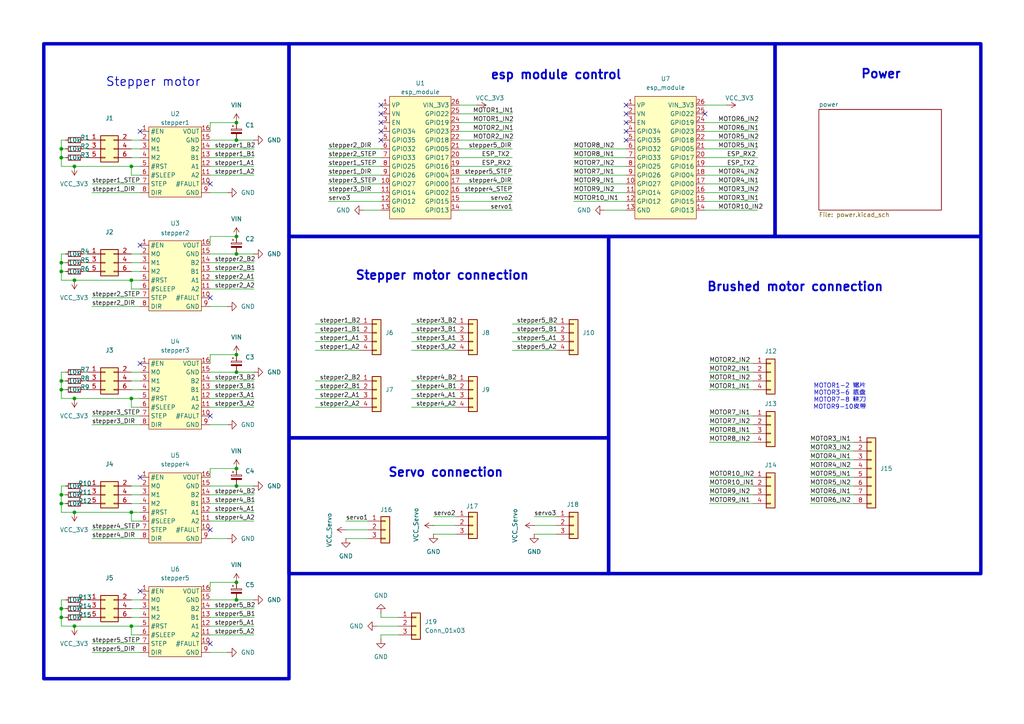
<source format=kicad_sch>
(kicad_sch (version 20231120) (generator "eeschema") (generator_version "8.0")
  (paper "A4")
  (lib_symbols
    (symbol "Connector_Generic:Conn_01x03" (pin_names (offset 1.016) hide)
      (property "Reference" "J" (at 0 5.08 0))
      (property "Value" "Conn_01x03" (at 0 -5.08 0))
      (symbol "Conn_01x03_1_1"
        (pin passive line (at -5.08 2.54 0) (length 3.81) (name "Pin_1") (number "1"))
        (pin passive line (at -5.08 0 0) (length 3.81) (name "Pin_2") (number "2"))
        (pin passive line (at -5.08 -2.54 0) (length 3.81) (name "Pin_3") (number "3"))
      )
    )
    (symbol "Connector_Generic:Conn_01x04" (pin_names (offset 1.016) hide)
      (property "Reference" "J" (at 0 5.08 0))
      (property "Value" "Conn_01x04" (at 0 -7.62 0))
      (symbol "Conn_01x04_1_1"
        (pin passive line (at -5.08 2.54 0) (length 3.81) (name "Pin_1") (number "1"))
        (pin passive line (at -5.08 0 0) (length 3.81) (name "Pin_2") (number "2"))
        (pin passive line (at -5.08 -2.54 0) (length 3.81) (name "Pin_3") (number "3"))
        (pin passive line (at -5.08 -5.08 0) (length 3.81) (name "Pin_4") (number "4"))
      )
    )
    (symbol "Connector_Generic:Conn_01x08" (pin_names (offset 1.016) hide)
      (property "Reference" "J" (at 0 10.16 0))
      (property "Value" "Conn_01x08" (at 0 -12.7 0))
      (symbol "Conn_01x08_1_1"
        (pin passive line (at -5.08 7.62 0) (length 3.81) (name "Pin_1") (number "1"))
        (pin passive line (at -5.08 5.08 0) (length 3.81) (name "Pin_2") (number "2"))
        (pin passive line (at -5.08 2.54 0) (length 3.81) (name "Pin_3") (number "3"))
        (pin passive line (at -5.08 0 0) (length 3.81) (name "Pin_4") (number "4"))
        (pin passive line (at -5.08 -2.54 0) (length 3.81) (name "Pin_5") (number "5"))
        (pin passive line (at -5.08 -5.08 0) (length 3.81) (name "Pin_6") (number "6"))
        (pin passive line (at -5.08 -7.62 0) (length 3.81) (name "Pin_7") (number "7"))
        (pin passive line (at -5.08 -10.16 0) (length 3.81) (name "Pin_8") (number "8"))
      )
    )
    (symbol "Connector_Generic:Conn_02x03_Odd_Even" (pin_names (offset 1.016) hide)
      (property "Reference" "J" (at 1.27 5.08 0))
      (property "Value" "Conn_02x03_Odd_Even" (at 1.27 -5.08 0))
      (symbol "Conn_02x03_Odd_Even_1_1"
        (pin passive line (at -5.08 2.54 0) (length 3.81) (name "Pin_1") (number "1"))
        (pin passive line (at 7.62 2.54 180) (length 3.81) (name "Pin_2") (number "2"))
        (pin passive line (at -5.08 0 0) (length 3.81) (name "Pin_3") (number "3"))
        (pin passive line (at 7.62 0 180) (length 3.81) (name "Pin_4") (number "4"))
        (pin passive line (at -5.08 -2.54 0) (length 3.81) (name "Pin_5") (number "5"))
        (pin passive line (at 7.62 -2.54 180) (length 3.81) (name "Pin_6") (number "6"))
      )
    )
    (symbol "Device:C_Polarized_Small" (pin_numbers hide) (pin_names (offset 0.254) hide)
      (property "Reference" "C" (at 0.254 1.778 0))
      (property "Value" "C_Polarized_Small" (at 0.254 -2.032 0))
      (symbol "C_Polarized_Small_1_1"
        (pin passive line (at 0 2.54 270) (length 1.8542) (name "~") (number "1"))
        (pin passive line (at 0 -2.54 90) (length 1.8542) (name "~") (number "2"))
      )
    )
    (symbol "Device:R_Small" (pin_numbers hide) (pin_names (offset 0.254) hide)
      (property "Reference" "R" (at 0.762 0.508 0))
      (property "Value" "R_Small" (at 0.762 -1.016 0))
      (symbol "R_Small_1_1"
        (pin passive line (at 0 2.54 270) (length 0.762) (name "~") (number "1"))
        (pin passive line (at 0 -2.54 90) (length 0.762) (name "~") (number "2"))
      )
    )
    (symbol "ProjectSym:esp_module"
      (property "Reference" "U" (at 0 20.574 0))
      (symbol "esp_module_1_1"
        (pin bidirectional line (at -11.43 15.24 0) (length 2.54) (name "VP") (number "1"))
        (pin bidirectional line (at -11.43 -7.62 0) (length 2.54) (name "GPIO27") (number "10"))
        (pin bidirectional line (at -11.43 -10.16 0) (length 2.54) (name "GPIO14") (number "11"))
        (pin bidirectional line (at -11.43 -12.7 0) (length 2.54) (name "GPIO12") (number "12"))
        (pin input line (at -11.43 -15.24 0) (length 2.54) (name "GND") (number "13"))
        (pin bidirectional line (at 11.43 -15.24 180) (length 2.54) (name "GPIO13") (number "14"))
        (pin bidirectional line (at 11.43 -12.7 180) (length 2.54) (name "GPIO15") (number "15"))
        (pin bidirectional line (at 11.43 -10.16 180) (length 2.54) (name "GPIO02") (number "16"))
        (pin bidirectional line (at 11.43 -7.62 180) (length 2.54) (name "GPIO00") (number "17"))
        (pin bidirectional line (at 11.43 -5.08 180) (length 2.54) (name "GPIO04") (number "18"))
        (pin bidirectional line (at 11.43 -2.54 180) (length 2.54) (name "GPIO16") (number "19"))
        (pin bidirectional line (at -11.43 12.7 0) (length 2.54) (name "VN") (number "2"))
        (pin bidirectional line (at 11.43 0 180) (length 2.54) (name "GPIO17") (number "20"))
        (pin bidirectional line (at 11.43 2.54 180) (length 2.54) (name "GPIO05") (number "21"))
        (pin bidirectional line (at 11.43 5.08 180) (length 2.54) (name "GPIO18") (number "22"))
        (pin bidirectional line (at 11.43 7.62 180) (length 2.54) (name "GPIO23") (number "23"))
        (pin bidirectional line (at 11.43 10.16 180) (length 2.54) (name "GPIO19") (number "24"))
        (pin bidirectional line (at 11.43 12.7 180) (length 2.54) (name "GPIO22") (number "25"))
        (pin input line (at 11.43 15.24 180) (length 2.54) (name "VIN_3V3") (number "26"))
        (pin bidirectional line (at -11.43 10.16 0) (length 2.54) (name "EN") (number "3"))
        (pin bidirectional line (at -11.43 7.62 0) (length 2.54) (name "GPIO34") (number "4"))
        (pin bidirectional line (at -11.43 5.08 0) (length 2.54) (name "GPIO35") (number "5"))
        (pin bidirectional line (at -11.43 2.54 0) (length 2.54) (name "GPIO32") (number "6"))
        (pin bidirectional line (at -11.43 0 0) (length 2.54) (name "GPIO33") (number "7"))
        (pin bidirectional line (at -11.43 -2.54 0) (length 2.54) (name "GPIO25") (number "8"))
        (pin bidirectional line (at -11.43 -5.08 0) (length 2.54) (name "GPIO26") (number "9"))
      )
    )
    (symbol "ProjectSym:stepper_contorl"
      (property "Reference" "U" (at 0 9.906 0))
      (symbol "stepper_contorl_1_1"
        (pin input line (at -10.16 6.35 0) (length 2.54) (name "#EN") (number "1"))
        (pin input line (at 10.16 -8.89 180) (length 2.54) (name "#FAULT") (number "10"))
        (pin input line (at 10.16 -6.35 180) (length 2.54) (name "A2") (number "11"))
        (pin input line (at 10.16 -3.81 180) (length 2.54) (name "A1") (number "12"))
        (pin input line (at 10.16 -1.27 180) (length 2.54) (name "B1") (number "13"))
        (pin input line (at 10.16 1.27 180) (length 2.54) (name "B2") (number "14"))
        (pin input line (at 10.16 3.81 180) (length 2.54) (name "GND") (number "15"))
        (pin input line (at 10.16 6.35 180) (length 2.54) (name "VOUT") (number "16"))
        (pin input line (at -10.16 3.81 0) (length 2.54) (name "M0") (number "2"))
        (pin input line (at -10.16 1.27 0) (length 2.54) (name "M1") (number "3"))
        (pin input line (at -10.16 -1.27 0) (length 2.54) (name "M2") (number "4"))
        (pin input line (at -10.16 -3.81 0) (length 2.54) (name "#RST") (number "5"))
        (pin input line (at -10.16 -6.35 0) (length 2.54) (name "#SLEEP") (number "6"))
        (pin input line (at -10.16 -8.89 0) (length 2.54) (name "STEP") (number "7"))
        (pin input line (at -10.16 -11.43 0) (length 2.54) (name "DIR") (number "8"))
        (pin input line (at 10.16 -11.43 180) (length 2.54) (name "GND") (number "9"))
      )
    )
    (symbol "power:+3V3" (power) (pin_numbers hide) (pin_names (offset 0) hide)
      (property "Value" "+3V3" (at 0 3.556 0))
      (symbol "+3V3_1_1"
        (pin power_in line (at 0 0 90) (length 0) (name "~") (number "1"))
      )
    )
    (symbol "power:GND" (power) (pin_numbers hide) (pin_names (offset 0) hide)
      (property "Value" "GND" (at 0 -3.81 0))
      (symbol "GND_1_1"
        (pin power_in line (at 0 0 270) (length 0) (name "~") (number "1"))
      )
    )
    (symbol "power:VCC" (power) (pin_numbers hide) (pin_names (offset 0) hide)
      (property "Value" "VCC" (at 0 3.556 0))
      (symbol "VCC_1_1"
        (pin power_in line (at 0 0 90) (length 0) (name "~") (number "1"))
      )
    )
  )
  (junction (at 17.78 113.03))
  (junction (at 38.1 81.28))
  (junction (at 17.78 76.2))
  (junction (at 21.59 148.59))
  (junction (at 38.1 181.61))
  (junction (at 21.59 115.57))
  (junction (at 68.58 102.87))
  (junction (at 17.78 78.74))
  (junction (at 68.58 168.91))
  (junction (at 38.1 48.26))
  (junction (at 68.58 73.66))
  (junction (at 17.78 179.07))
  (junction (at 17.78 43.18))
  (junction (at 17.78 176.53))
  (junction (at 68.58 35.56))
  (junction (at 68.58 140.97))
  (junction (at 17.78 110.49))
  (junction (at 68.58 107.95))
  (junction (at 17.78 143.51))
  (junction (at 38.1 148.59))
  (junction (at 68.58 135.89))
  (junction (at 21.59 81.28))
  (junction (at 17.78 45.72))
  (junction (at 17.78 146.05))
  (junction (at 21.59 48.26))
  (junction (at 21.59 181.61))
  (junction (at 38.1 115.57))
  (junction (at 68.58 40.64))
  (junction (at 68.58 68.58))
  (junction (at 68.58 173.99))
  (no_connect (at 181.61 30.48))
  (no_connect (at 181.61 33.02))
  (no_connect (at 60.96 86.36))
  (no_connect (at 60.96 120.65))
  (no_connect (at 110.49 30.48))
  (no_connect (at 204.47 33.02))
  (no_connect (at 110.49 33.02))
  (no_connect (at 40.64 105.41))
  (no_connect (at 110.49 35.56))
  (no_connect (at 110.49 38.1))
  (no_connect (at 181.61 40.64))
  (no_connect (at 181.61 35.56))
  (no_connect (at 181.61 38.1))
  (no_connect (at 40.64 38.1))
  (no_connect (at 60.96 53.34))
  (no_connect (at 110.49 40.64))
  (no_connect (at 40.64 71.12))
  (no_connect (at 40.64 138.43))
  (no_connect (at 60.96 186.69))
  (no_connect (at 40.64 171.45))
  (no_connect (at 60.96 153.67))
  (wire (pts (xy 234.95 143.51) (xy 247.65 143.51)))
  (wire (pts (xy 105.41 60.96) (xy 110.49 60.96)))
  (wire (pts (xy 38.1 148.59) (xy 38.1 151.13)))
  (wire (pts (xy 133.35 50.8) (xy 148.59 50.8)))
  (wire (pts (xy 91.44 115.57) (xy 104.14 115.57)))
  (wire (pts (xy 38.1 73.66) (xy 40.64 73.66)))
  (wire (pts (xy 60.96 146.05) (xy 73.66 146.05)))
  (wire (pts (xy 154.94 149.86) (xy 161.29 149.86)))
  (wire (pts (xy 119.38 99.06) (xy 132.08 99.06)))
  (wire (pts (xy 148.59 93.98) (xy 161.29 93.98)))
  (wire (pts (xy 17.78 40.64) (xy 17.78 43.18)))
  (wire (pts (xy 60.96 40.64) (xy 68.58 40.64)))
  (wire (pts (xy 60.96 102.87) (xy 68.58 102.87)))
  (wire (pts (xy 17.78 146.05) (xy 19.05 146.05)))
  (wire (pts (xy 17.78 143.51) (xy 19.05 143.51)))
  (wire (pts (xy 60.96 55.88) (xy 66.04 55.88)))
  (wire (pts (xy 24.13 78.74) (xy 25.4 78.74)))
  (wire (pts (xy 204.47 30.48) (xy 210.82 30.48)))
  (wire (pts (xy 204.47 35.56) (xy 219.71 35.56)))
  (wire (pts (xy 40.64 115.57) (xy 38.1 115.57)))
  (wire (pts (xy 166.37 53.34) (xy 181.61 53.34)))
  (wire (pts (xy 205.74 120.65) (xy 218.44 120.65)))
  (wire (pts (xy 115.57 179.07) (xy 110.49 179.07)))
  (wire (pts (xy 38.1 143.51) (xy 40.64 143.51)))
  (wire (pts (xy 154.94 152.4) (xy 161.29 152.4)))
  (wire (pts (xy 38.1 179.07) (xy 40.64 179.07)))
  (wire (pts (xy 95.25 48.26) (xy 110.49 48.26)))
  (wire (pts (xy 38.1 140.97) (xy 40.64 140.97)))
  (wire (pts (xy 38.1 43.18) (xy 40.64 43.18)))
  (wire (pts (xy 234.95 135.89) (xy 247.65 135.89)))
  (wire (pts (xy 60.96 35.56) (xy 68.58 35.56)))
  (wire (pts (xy 110.49 179.07) (xy 110.49 177.8)))
  (wire (pts (xy 17.78 113.03) (xy 19.05 113.03)))
  (wire (pts (xy 60.96 68.58) (xy 68.58 68.58)))
  (wire (pts (xy 68.58 40.64) (xy 73.66 40.64)))
  (wire (pts (xy 21.59 181.61) (xy 38.1 181.61)))
  (wire (pts (xy 68.58 73.66) (xy 73.66 73.66)))
  (wire (pts (xy 133.35 33.02) (xy 148.59 33.02)))
  (wire (pts (xy 17.78 78.74) (xy 19.05 78.74)))
  (wire (pts (xy 133.35 30.48) (xy 138.43 30.48)))
  (wire (pts (xy 17.78 179.07) (xy 17.78 181.61)))
  (wire (pts (xy 60.96 113.03) (xy 73.66 113.03)))
  (wire (pts (xy 26.67 186.69) (xy 40.64 186.69)))
  (wire (pts (xy 166.37 43.18) (xy 181.61 43.18)))
  (wire (pts (xy 205.74 146.05) (xy 218.44 146.05)))
  (wire (pts (xy 17.78 48.26) (xy 21.59 48.26)))
  (wire (pts (xy 204.47 53.34) (xy 219.71 53.34)))
  (wire (pts (xy 95.25 45.72) (xy 110.49 45.72)))
  (wire (pts (xy 38.1 48.26) (xy 38.1 50.8)))
  (wire (pts (xy 17.78 110.49) (xy 17.78 113.03)))
  (wire (pts (xy 133.35 35.56) (xy 148.59 35.56)))
  (wire (pts (xy 17.78 143.51) (xy 17.78 146.05)))
  (wire (pts (xy 24.13 113.03) (xy 25.4 113.03)))
  (wire (pts (xy 205.74 113.03) (xy 218.44 113.03)))
  (wire (pts (xy 119.38 113.03) (xy 132.08 113.03)))
  (wire (pts (xy 26.67 55.88) (xy 40.64 55.88)))
  (wire (pts (xy 60.96 148.59) (xy 73.66 148.59)))
  (wire (pts (xy 148.59 99.06) (xy 161.29 99.06)))
  (wire (pts (xy 38.1 40.64) (xy 40.64 40.64)))
  (wire (pts (xy 204.47 48.26) (xy 219.71 48.26)))
  (wire (pts (xy 60.96 135.89) (xy 68.58 135.89)))
  (wire (pts (xy 17.78 173.99) (xy 17.78 176.53)))
  (wire (pts (xy 234.95 146.05) (xy 247.65 146.05)))
  (wire (pts (xy 175.26 60.96) (xy 181.61 60.96)))
  (wire (pts (xy 60.96 105.41) (xy 60.96 102.87)))
  (wire (pts (xy 60.96 181.61) (xy 73.66 181.61)))
  (wire (pts (xy 24.13 107.95) (xy 25.4 107.95)))
  (wire (pts (xy 24.13 43.18) (xy 25.4 43.18)))
  (wire (pts (xy 26.67 120.65) (xy 40.64 120.65)))
  (wire (pts (xy 17.78 73.66) (xy 17.78 76.2)))
  (wire (pts (xy 38.1 184.15) (xy 40.64 184.15)))
  (wire (pts (xy 95.25 55.88) (xy 110.49 55.88)))
  (wire (pts (xy 17.78 146.05) (xy 17.78 148.59)))
  (wire (pts (xy 24.13 140.97) (xy 25.4 140.97)))
  (wire (pts (xy 60.96 168.91) (xy 68.58 168.91)))
  (wire (pts (xy 205.74 140.97) (xy 218.44 140.97)))
  (wire (pts (xy 24.13 173.99) (xy 25.4 173.99)))
  (wire (pts (xy 133.35 60.96) (xy 148.59 60.96)))
  (wire (pts (xy 125.73 152.4) (xy 132.08 152.4)))
  (wire (pts (xy 109.22 181.61) (xy 115.57 181.61)))
  (wire (pts (xy 38.1 115.57) (xy 38.1 118.11)))
  (wire (pts (xy 100.33 156.21) (xy 106.68 156.21)))
  (wire (pts (xy 60.96 38.1) (xy 60.96 35.56)))
  (wire (pts (xy 24.13 179.07) (xy 25.4 179.07)))
  (wire (pts (xy 95.25 50.8) (xy 110.49 50.8)))
  (wire (pts (xy 40.64 181.61) (xy 38.1 181.61)))
  (wire (pts (xy 38.1 50.8) (xy 40.64 50.8)))
  (wire (pts (xy 17.78 45.72) (xy 17.78 48.26)))
  (wire (pts (xy 119.38 93.98) (xy 132.08 93.98)))
  (wire (pts (xy 38.1 118.11) (xy 40.64 118.11)))
  (wire (pts (xy 110.49 184.15) (xy 110.49 185.42)))
  (wire (pts (xy 204.47 45.72) (xy 219.71 45.72)))
  (wire (pts (xy 26.67 156.21) (xy 40.64 156.21)))
  (wire (pts (xy 166.37 58.42) (xy 181.61 58.42)))
  (wire (pts (xy 133.35 43.18) (xy 148.59 43.18)))
  (wire (pts (xy 148.59 96.52) (xy 161.29 96.52)))
  (wire (pts (xy 17.78 176.53) (xy 17.78 179.07)))
  (wire (pts (xy 17.78 45.72) (xy 19.05 45.72)))
  (wire (pts (xy 60.96 81.28) (xy 73.66 81.28)))
  (wire (pts (xy 234.95 133.35) (xy 247.65 133.35)))
  (wire (pts (xy 60.96 115.57) (xy 73.66 115.57)))
  (wire (pts (xy 204.47 55.88) (xy 219.71 55.88)))
  (wire (pts (xy 21.59 115.57) (xy 38.1 115.57)))
  (wire (pts (xy 205.74 107.95) (xy 218.44 107.95)))
  (wire (pts (xy 91.44 101.6) (xy 104.14 101.6)))
  (wire (pts (xy 204.47 60.96) (xy 219.71 60.96)))
  (wire (pts (xy 60.96 151.13) (xy 73.66 151.13)))
  (wire (pts (xy 154.94 154.94) (xy 161.29 154.94)))
  (wire (pts (xy 17.78 76.2) (xy 19.05 76.2)))
  (wire (pts (xy 133.35 40.64) (xy 148.59 40.64)))
  (wire (pts (xy 133.35 48.26) (xy 148.59 48.26)))
  (wire (pts (xy 38.1 113.03) (xy 40.64 113.03)))
  (wire (pts (xy 24.13 45.72) (xy 25.4 45.72)))
  (wire (pts (xy 40.64 48.26) (xy 38.1 48.26)))
  (wire (pts (xy 60.96 176.53) (xy 73.66 176.53)))
  (wire (pts (xy 17.78 43.18) (xy 17.78 45.72)))
  (wire (pts (xy 60.96 156.21) (xy 66.04 156.21)))
  (wire (pts (xy 60.96 118.11) (xy 73.66 118.11)))
  (wire (pts (xy 205.74 123.19) (xy 218.44 123.19)))
  (wire (pts (xy 24.13 146.05) (xy 25.4 146.05)))
  (wire (pts (xy 91.44 110.49) (xy 104.14 110.49)))
  (wire (pts (xy 21.59 48.26) (xy 38.1 48.26)))
  (wire (pts (xy 24.13 40.64) (xy 25.4 40.64)))
  (wire (pts (xy 234.95 138.43) (xy 247.65 138.43)))
  (wire (pts (xy 148.59 101.6) (xy 161.29 101.6)))
  (wire (pts (xy 60.96 143.51) (xy 73.66 143.51)))
  (wire (pts (xy 38.1 78.74) (xy 40.64 78.74)))
  (wire (pts (xy 60.96 45.72) (xy 73.66 45.72)))
  (wire (pts (xy 204.47 43.18) (xy 219.71 43.18)))
  (wire (pts (xy 60.96 83.82) (xy 73.66 83.82)))
  (wire (pts (xy 125.73 154.94) (xy 132.08 154.94)))
  (wire (pts (xy 60.96 189.23) (xy 66.04 189.23)))
  (wire (pts (xy 40.64 81.28) (xy 38.1 81.28)))
  (wire (pts (xy 205.74 110.49) (xy 218.44 110.49)))
  (wire (pts (xy 119.38 101.6) (xy 132.08 101.6)))
  (wire (pts (xy 17.78 113.03) (xy 17.78 115.57)))
  (wire (pts (xy 133.35 58.42) (xy 148.59 58.42)))
  (wire (pts (xy 100.33 151.13) (xy 106.68 151.13)))
  (wire (pts (xy 100.33 153.67) (xy 106.68 153.67)))
  (wire (pts (xy 68.58 173.99) (xy 73.66 173.99)))
  (wire (pts (xy 125.73 149.86) (xy 132.08 149.86)))
  (wire (pts (xy 19.05 40.64) (xy 17.78 40.64)))
  (wire (pts (xy 60.96 50.8) (xy 73.66 50.8)))
  (wire (pts (xy 204.47 50.8) (xy 219.71 50.8)))
  (wire (pts (xy 119.38 110.49) (xy 132.08 110.49)))
  (wire (pts (xy 26.67 53.34) (xy 40.64 53.34)))
  (wire (pts (xy 24.13 143.51) (xy 25.4 143.51)))
  (wire (pts (xy 38.1 146.05) (xy 40.64 146.05)))
  (wire (pts (xy 133.35 55.88) (xy 148.59 55.88)))
  (wire (pts (xy 205.74 143.51) (xy 218.44 143.51)))
  (wire (pts (xy 17.78 107.95) (xy 17.78 110.49)))
  (wire (pts (xy 60.96 140.97) (xy 68.58 140.97)))
  (wire (pts (xy 60.96 73.66) (xy 68.58 73.66)))
  (wire (pts (xy 91.44 113.03) (xy 104.14 113.03)))
  (wire (pts (xy 19.05 107.95) (xy 17.78 107.95)))
  (wire (pts (xy 166.37 48.26) (xy 181.61 48.26)))
  (wire (pts (xy 17.78 179.07) (xy 19.05 179.07)))
  (wire (pts (xy 26.67 88.9) (xy 40.64 88.9)))
  (wire (pts (xy 19.05 73.66) (xy 17.78 73.66)))
  (wire (pts (xy 17.78 78.74) (xy 17.78 81.28)))
  (wire (pts (xy 17.78 110.49) (xy 19.05 110.49)))
  (wire (pts (xy 17.78 76.2) (xy 17.78 78.74)))
  (wire (pts (xy 133.35 38.1) (xy 148.59 38.1)))
  (wire (pts (xy 60.96 48.26) (xy 73.66 48.26)))
  (wire (pts (xy 38.1 45.72) (xy 40.64 45.72)))
  (wire (pts (xy 60.96 107.95) (xy 68.58 107.95)))
  (wire (pts (xy 60.96 184.15) (xy 73.66 184.15)))
  (wire (pts (xy 38.1 176.53) (xy 40.64 176.53)))
  (wire (pts (xy 205.74 138.43) (xy 218.44 138.43)))
  (wire (pts (xy 60.96 179.07) (xy 73.66 179.07)))
  (wire (pts (xy 68.58 140.97) (xy 73.66 140.97)))
  (wire (pts (xy 17.78 181.61) (xy 21.59 181.61)))
  (wire (pts (xy 19.05 140.97) (xy 17.78 140.97)))
  (wire (pts (xy 38.1 76.2) (xy 40.64 76.2)))
  (wire (pts (xy 38.1 110.49) (xy 40.64 110.49)))
  (wire (pts (xy 17.78 81.28) (xy 21.59 81.28)))
  (wire (pts (xy 38.1 83.82) (xy 40.64 83.82)))
  (wire (pts (xy 17.78 115.57) (xy 21.59 115.57)))
  (wire (pts (xy 91.44 118.11) (xy 104.14 118.11)))
  (wire (pts (xy 38.1 107.95) (xy 40.64 107.95)))
  (wire (pts (xy 205.74 105.41) (xy 218.44 105.41)))
  (wire (pts (xy 119.38 96.52) (xy 132.08 96.52)))
  (wire (pts (xy 205.74 128.27) (xy 218.44 128.27)))
  (wire (pts (xy 166.37 45.72) (xy 181.61 45.72)))
  (wire (pts (xy 205.74 125.73) (xy 218.44 125.73)))
  (wire (pts (xy 91.44 93.98) (xy 104.14 93.98)))
  (wire (pts (xy 38.1 173.99) (xy 40.64 173.99)))
  (wire (pts (xy 38.1 81.28) (xy 38.1 83.82)))
  (wire (pts (xy 91.44 99.06) (xy 104.14 99.06)))
  (wire (pts (xy 95.25 43.18) (xy 110.49 43.18)))
  (wire (pts (xy 204.47 58.42) (xy 219.71 58.42)))
  (wire (pts (xy 38.1 151.13) (xy 40.64 151.13)))
  (wire (pts (xy 24.13 76.2) (xy 25.4 76.2)))
  (wire (pts (xy 17.78 43.18) (xy 19.05 43.18)))
  (wire (pts (xy 60.96 173.99) (xy 68.58 173.99)))
  (wire (pts (xy 60.96 123.19) (xy 66.04 123.19)))
  (wire (pts (xy 68.58 107.95) (xy 73.66 107.95)))
  (wire (pts (xy 26.67 153.67) (xy 40.64 153.67)))
  (wire (pts (xy 60.96 76.2) (xy 73.66 76.2)))
  (wire (pts (xy 60.96 110.49) (xy 73.66 110.49)))
  (wire (pts (xy 24.13 73.66) (xy 25.4 73.66)))
  (wire (pts (xy 133.35 45.72) (xy 148.59 45.72)))
  (wire (pts (xy 60.96 71.12) (xy 60.96 68.58)))
  (wire (pts (xy 60.96 138.43) (xy 60.96 135.89)))
  (wire (pts (xy 19.05 173.99) (xy 17.78 173.99)))
  (wire (pts (xy 60.96 78.74) (xy 73.66 78.74)))
  (wire (pts (xy 26.67 86.36) (xy 40.64 86.36)))
  (wire (pts (xy 95.25 58.42) (xy 110.49 58.42)))
  (wire (pts (xy 204.47 38.1) (xy 219.71 38.1)))
  (wire (pts (xy 166.37 55.88) (xy 181.61 55.88)))
  (wire (pts (xy 17.78 140.97) (xy 17.78 143.51)))
  (wire (pts (xy 133.35 53.34) (xy 148.59 53.34)))
  (wire (pts (xy 60.96 43.18) (xy 73.66 43.18)))
  (wire (pts (xy 234.95 130.81) (xy 247.65 130.81)))
  (wire (pts (xy 119.38 115.57) (xy 132.08 115.57)))
  (wire (pts (xy 60.96 171.45) (xy 60.96 168.91)))
  (wire (pts (xy 26.67 189.23) (xy 40.64 189.23)))
  (wire (pts (xy 17.78 176.53) (xy 19.05 176.53)))
  (wire (pts (xy 24.13 110.49) (xy 25.4 110.49)))
  (wire (pts (xy 110.49 184.15) (xy 115.57 184.15)))
  (wire (pts (xy 91.44 96.52) (xy 104.14 96.52)))
  (wire (pts (xy 38.1 181.61) (xy 38.1 184.15)))
  (wire (pts (xy 234.95 128.27) (xy 247.65 128.27)))
  (wire (pts (xy 234.95 140.97) (xy 247.65 140.97)))
  (wire (pts (xy 119.38 118.11) (xy 132.08 118.11)))
  (wire (pts (xy 204.47 40.64) (xy 219.71 40.64)))
  (wire (pts (xy 21.59 81.28) (xy 38.1 81.28)))
  (wire (pts (xy 95.25 53.34) (xy 110.49 53.34)))
  (wire (pts (xy 21.59 148.59) (xy 38.1 148.59)))
  (wire (pts (xy 17.78 148.59) (xy 21.59 148.59)))
  (wire (pts (xy 26.67 123.19) (xy 40.64 123.19)))
  (wire (pts (xy 166.37 50.8) (xy 181.61 50.8)))
  (wire (pts (xy 24.13 176.53) (xy 25.4 176.53)))
  (wire (pts (xy 60.96 88.9) (xy 66.04 88.9)))
  (wire (pts (xy 40.64 148.59) (xy 38.1 148.59)))
  (rectangle (start 83.82 12.7) (end 224.79 68.58) (stroke (width 1)))
  (rectangle (start 83.82 68.58) (end 176.53 127) (stroke (width 1)))
  (rectangle (start 12.7 12.7) (end 83.82 196.85) (stroke (width 1)))
  (rectangle (start 83.82 127) (end 176.53 166.37) (stroke (width 1)))
  (rectangle (start 176.53 68.58) (end 284.48 166.37) (stroke (width 1)))
  (rectangle (start 224.79 12.7) (end 284.48 68.58) (stroke (width 1)))
  (rectangle (start 224.79 68.58) (end 224.79 68.58))
  (text "esp module control" (at 161.29 21.844 0) (effects (font (size 2.54 2.54) (bold yes))))
  (text "Power\n" (at 255.524 21.59 0) (effects (font (size 2.54 2.54) (bold yes))))
  (text "Stepper motor connection\n" (at 128.27 80.01 0) (effects (font (size 2.54 2.54) (bold yes))))
  (text "Servo connection\n" (at 129.286 137.16 0) (effects (font (size 2.54 2.54) (bold yes))))
  (text "Brushed motor connection\n" (at 230.632 83.312 0) (effects (font (size 2.54 2.54) (bold yes))))
  (text "Stepper motor\n" (at 44.45 23.876 0) (effects (font (size 2.54 2.54) (thickness 0.254) (bold yes))))
  (text "MOTOR1-2 锯片\nMOTOR3-6 底盘\nMOTOR7-8 耕刀\nMOTOR9-10皮带" (at 243.586 115.062 0) (effects (font (size 1.27 1.27))))
  (label "stepper1_A1" (at 62.23 48.26 0))
  (label "stepper4_A1" (at 120.65 115.57 0))
  (label "stepper2_STEP" (at 95.25 45.72 0))
  (label "MOTOR3_IN2" (at 234.95 130.81 0))
  (label "stepper5_B2" (at 149.86 93.98 0))
  (label "stepper3_A1" (at 62.23 115.57 0))
  (label "stepper3_STEP" (at 26.67 120.65 0))
  (label "MOTOR9_IN1" (at 205.74 146.05 0))
  (label "stepper2_A1" (at 62.23 81.28 0))
  (label "MOTOR10_IN1" (at 205.74 140.97 0))
  (label "stepper4_B2" (at 120.65 110.49 0))
  (label "MOTOR1_IN1" (at 205.74 113.03 0))
  (label "MOTOR7_IN2" (at 205.74 123.19 0))
  (label "stepper5_B2" (at 62.23 176.53 0))
  (label "MOTOR5_IN2" (at 234.95 140.97 0))
  (label "stepper3_DIR" (at 26.67 123.19 0))
  (label "MOTOR4_IN2" (at 208.28 50.8 0))
  (label "stepper2_B1" (at 62.23 78.74 0))
  (label "stepper1_STEP" (at 95.25 48.26 0))
  (label "stepper2_DIR" (at 26.67 88.9 0))
  (label "stepper5_A2" (at 62.23 184.15 0))
  (label "MOTOR2_IN1" (at 137.16 38.1 0))
  (label "stepper3_B1" (at 62.23 113.03 0))
  (label "stepper4_STEP" (at 26.67 153.67 0))
  (label "MOTOR9_IN1" (at 166.37 53.34 0))
  (label "MOTOR10_IN2" (at 205.74 138.43 0))
  (label "stepper5_DIR" (at 135.89 43.18 0))
  (label "MOTOR1_IN2" (at 205.74 110.49 0))
  (label "stepper4_B1" (at 62.23 146.05 0))
  (label "MOTOR6_IN1" (at 208.28 38.1 0))
  (label "stepper1_B1" (at 62.23 45.72 0))
  (label "stepper2_B1" (at 92.71 113.03 0))
  (label "stepper3_B1" (at 120.65 96.52 0))
  (label "stepper2_A1" (at 92.71 115.57 0))
  (label "MOTOR7_IN2" (at 166.37 48.26 0))
  (label "stepper2_B2" (at 62.23 76.2 0))
  (label "MOTOR1_IN1" (at 137.16 33.02 0))
  (label "MOTOR6_IN2" (at 208.28 35.56 0))
  (label "stepper4_A2" (at 120.65 118.11 0))
  (label "MOTOR8_IN2" (at 205.74 128.27 0))
  (label "servo3" (at 95.25 58.42 0))
  (label "stepper5_B1" (at 149.86 96.52 0))
  (label "stepper4_DIR" (at 26.67 156.21 0))
  (label "servo2" (at 125.73 149.86 0))
  (label "stepper3_A2" (at 120.65 101.6 0))
  (label "MOTOR3_IN1" (at 234.95 128.27 0))
  (label "MOTOR2_IN1" (at 205.74 107.95 0))
  (label "stepper1_STEP" (at 26.67 53.34 0))
  (label "stepper4_STEP" (at 134.62 55.88 0))
  (label "stepper1_B1" (at 92.71 96.52 0))
  (label "stepper1_A2" (at 92.71 101.6 0))
  (label "stepper1_A1" (at 92.71 99.06 0))
  (label "MOTOR9_IN2" (at 166.37 55.88 0))
  (label "servo1" (at 142.24 60.96 0))
  (label "stepper1_DIR" (at 95.25 50.8 0))
  (label "stepper4_B1" (at 120.65 113.03 0))
  (label "MOTOR3_IN1" (at 208.28 58.42 0))
  (label "MOTOR5_IN1" (at 234.95 138.43 0))
  (label "MOTOR7_IN1" (at 205.74 120.65 0))
  (label "stepper3_DIR" (at 95.25 55.88 0))
  (label "stepper4_A2" (at 62.23 151.13 0))
  (label "stepper2_A2" (at 62.23 83.82 0))
  (label "MOTOR6_IN2" (at 234.95 146.05 0))
  (label "MOTOR5_IN2" (at 208.28 40.64 0))
  (label "MOTOR4_IN1" (at 208.28 53.34 0))
  (label "stepper2_STEP" (at 26.67 86.36 0))
  (label "MOTOR8_IN1" (at 166.37 45.72 0))
  (label "stepper3_STEP" (at 95.25 53.34 0))
  (label "stepper5_A1" (at 149.86 99.06 0))
  (label "MOTOR5_IN1" (at 208.28 43.18 0))
  (label "stepper3_B2" (at 62.23 110.49 0))
  (label "MOTOR1_IN2" (at 137.16 35.56 0))
  (label "stepper4_DIR" (at 135.89 53.34 0))
  (label "MOTOR7_IN1" (at 166.37 50.8 0))
  (label "MOTOR2_IN2" (at 137.16 40.64 0))
  (label "stepper1_B2" (at 92.71 93.98 0))
  (label "stepper5_DIR" (at 26.67 189.23 0))
  (label "stepper2_DIR" (at 95.25 43.18 0))
  (label "MOTOR2_IN2" (at 205.74 105.41 0))
  (label "MOTOR10_IN2" (at 208.28 60.96 0))
  (label "stepper2_B2" (at 92.71 110.49 0))
  (label "MOTOR9_IN2" (at 205.74 143.51 0))
  (label "stepper5_STEP" (at 26.67 186.69 0))
  (label "servo1" (at 100.33 151.13 0))
  (label "MOTOR8_IN1" (at 205.74 125.73 0))
  (label "MOTOR3_IN2" (at 208.28 55.88 0))
  (label "ESP_TX2" (at 139.7 45.72 0))
  (label "servo3" (at 154.94 149.86 0))
  (label "stepper1_B2" (at 62.23 43.18 0))
  (label "stepper4_B2" (at 62.23 143.51 0))
  (label "stepper1_DIR" (at 26.67 55.88 0))
  (label "MOTOR4_IN2" (at 234.95 135.89 0))
  (label "stepper3_A2" (at 62.23 118.11 0))
  (label "stepper4_A1" (at 62.23 148.59 0))
  (label "stepper5_B1" (at 62.23 179.07 0))
  (label "MOTOR10_IN1" (at 166.37 58.42 0))
  (label "ESP_TX2" (at 210.82 48.26 0))
  (label "stepper5_A2" (at 149.86 101.6 0))
  (label "stepper2_A2" (at 92.71 118.11 0))
  (label "stepper5_STEP" (at 134.62 50.8 0))
  (label "ESP_RX2" (at 210.82 45.72 0))
  (label "ESP_RX2" (at 139.7 48.26 0))
  (label "servo2" (at 142.24 58.42 0))
  (label "stepper3_A1" (at 120.65 99.06 0))
  (label "MOTOR6_IN1" (at 234.95 143.51 0))
  (label "stepper1_A2" (at 62.23 50.8 0))
  (label "MOTOR4_IN1" (at 234.95 133.35 0))
  (label "stepper5_A1" (at 62.23 181.61 0))
  (label "stepper3_B2" (at 120.65 93.98 0))
  (label "MOTOR8_IN2" (at 166.37 43.18 0))
  (symbol (lib_id "power:GND") (at 66.04 55.88 90) (unit 1)
    (property "Reference" "#PWR04" (effects (hide yes)))
    (property "Value" "GND" (at 69.85 55.8799 90) (effects (justify right)))
    (property "Description" "Power symbol creates a global label with name \"GND\" , ground" (effects (hide yes)))
  )
  (symbol (lib_id "Device:R_Small") (at 21.59 146.05 90) (unit 1)
    (property "Reference" "R12" (at 24.638 145.288 90))
    (property "Value" "10k" (at 21.59 146.05 90))
    (property "Footprint" "Resistor_SMD:R_0603_1608Metric_Pad0.98x0.95mm_HandSolder" (effects (hide yes)))
    (property "Description" "Resistor, small symbol" (effects (hide yes)))
  )
  (symbol (lib_id "power:+3V3") (at 21.59 115.57 180) (unit 1)
    (property "Reference" "#PWR09" (effects (hide yes)))
    (property "Value" "VCC_3V3" (at 25.654 120.65 0) (effects (justify left)))
    (property "Description" "Power symbol creates a global label with name \"+3V3\"" (effects (hide yes)))
  )
  (symbol (lib_id "power:+3V3") (at 68.58 102.87 0) (unit 1)
    (property "Reference" "#PWR011" (effects (hide yes)))
    (property "Value" "VIN" (at 68.58 97.79 0))
    (property "Description" "Power symbol creates a global label with name \"+3V3\"" (effects (hide yes)))
  )
  (symbol (lib_id "Device:R_Small") (at 21.59 173.99 90) (unit 1)
    (property "Reference" "R13" (at 24.638 173.228 90))
    (property "Value" "10k" (at 21.59 173.99 90))
    (property "Footprint" "Resistor_SMD:R_0603_1608Metric_Pad0.98x0.95mm_HandSolder" (effects (hide yes)))
    (property "Description" "Resistor, small symbol" (effects (hide yes)))
  )
  (symbol (lib_id "ProjectSym:stepper_contorl") (at 50.8 77.47 0) (unit 1)
    (property "Reference" "U3" (at 50.8 64.77 0))
    (property "Value" "stepper2" (at 50.8 67.564 0))
    (property "Footprint" "ProjectLibrary:stepper_motor" (effects (hide yes)))
  )
  (symbol (lib_id "Connector_Generic:Conn_01x04") (at 166.37 96.52 0) (unit 1)
    (property "Reference" "J10" (at 168.91 96.5199 0) (effects (justify left)))
    (property "Value" "Conn_01x04" (effects (hide yes)))
    (property "Footprint" "MyConnector:CONN-TH_4P-P2.54-XH2.54-WO-4P" (effects (hide yes)))
    (property "Description" "Generic connector, single row, 01x04, script generated (kicad-library-utils/schlib/autogen/connector/)" (effects (hide yes)))
  )
  (symbol (lib_id "power:GND") (at 105.41 60.96 270) (unit 1)
    (property "Reference" "#PWR025" (effects (hide yes)))
    (property "Value" "GND" (at 101.6 60.9599 90) (effects (justify right)))
    (property "Description" "Power symbol creates a global label with name \"GND\" , ground" (effects (hide yes)))
  )
  (symbol (lib_id "power:+3V3") (at 68.58 35.56 0) (unit 1)
    (property "Reference" "#PWR03" (effects (hide yes)))
    (property "Value" "VIN" (at 68.58 30.48 0))
    (property "Description" "Power symbol creates a global label with name \"+3V3\"" (effects (hide yes)))
  )
  (symbol (lib_id "power:GND") (at 73.66 173.99 90) (unit 1)
    (property "Reference" "#PWR020" (effects (hide yes)))
    (property "Value" "GND" (at 77.47 173.9899 90) (effects (justify right)))
    (property "Description" "Power symbol creates a global label with name \"GND\" , ground" (effects (hide yes)))
  )
  (symbol (lib_id "Device:C_Polarized_Small") (at 68.58 71.12 0) (unit 1)
    (property "Reference" "C2" (at 71.12 69.3038 0) (effects (justify left)))
    (property "Value" "C_Polarized_Small" (effects (hide yes)))
    (property "Footprint" "Capacitor_SMD:CP_Elec_6.3x7.7" (effects (hide yes)))
    (property "Description" "Polarized capacitor, small symbol" (effects (hide yes)))
  )
  (symbol (lib_id "Device:R_Small") (at 21.59 143.51 90) (unit 1)
    (property "Reference" "R11" (at 24.638 142.748 90))
    (property "Value" "10k" (at 21.59 143.51 90))
    (property "Footprint" "Resistor_SMD:R_0603_1608Metric_Pad0.98x0.95mm_HandSolder" (effects (hide yes)))
    (property "Description" "Resistor, small symbol" (effects (hide yes)))
  )
  (symbol (lib_id "Connector_Generic:Conn_02x03_Odd_Even") (at 30.48 176.53 0) (unit 1)
    (property "Reference" "J5" (at 31.75 167.64 0))
    (property "Value" "Conn_02x03_Odd_Even" (effects (hide yes)))
    (property "Footprint" "Connector_PinHeader_2.54mm:PinHeader_2x03_P2.54mm_Vertical" (effects (hide yes)))
    (property "Description" "Generic connector, double row, 02x03, odd/even pin numbering scheme (row 1 odd numbers, row 2 even numbers), script generated (kicad-library-utils/schlib/autogen/connector/)" (effects (hide yes)))
  )
  (symbol (lib_id "power:GND") (at 110.49 177.8 180) (unit 1)
    (property "Reference" "#PWR052" (effects (hide yes)))
    (property "Value" "GND" (at 110.49 172.72 0))
    (property "Description" "Power symbol creates a global label with name \"GND\" , ground" (effects (hide yes)))
  )
  (symbol (lib_id "power:+3V3") (at 138.43 30.48 270) (unit 1)
    (property "Reference" "#PWR026" (effects (hide yes)))
    (property "Value" "VCC_3V3" (at 137.922 28.448 90) (effects (justify left)))
    (property "Description" "Power symbol creates a global label with name \"+3V3\"" (effects (hide yes)))
  )
  (symbol (lib_id "Device:R_Small") (at 21.59 78.74 90) (unit 1)
    (property "Reference" "R6" (at 24.638 77.978 90))
    (property "Value" "10k" (at 21.59 78.74 90))
    (property "Footprint" "Resistor_SMD:R_0603_1608Metric_Pad0.98x0.95mm_HandSolder" (effects (hide yes)))
    (property "Description" "Resistor, small symbol" (effects (hide yes)))
  )
  (symbol (lib_id "power:GND") (at 175.26 60.96 270) (unit 1)
    (property "Reference" "#PWR029" (effects (hide yes)))
    (property "Value" "GND" (at 171.45 60.9599 90) (effects (justify right)))
    (property "Description" "Power symbol creates a global label with name \"GND\" , ground" (effects (hide yes)))
  )
  (symbol (lib_id "Connector_Generic:Conn_01x04") (at 137.16 96.52 0) (unit 1)
    (property "Reference" "J8" (at 139.7 96.5199 0) (effects (justify left)))
    (property "Value" "Conn_01x04" (effects (hide yes)))
    (property "Footprint" "MyConnector:CONN-TH_4P-P2.54-XH2.54-WO-4P" (effects (hide yes)))
    (property "Description" "Generic connector, single row, 01x04, script generated (kicad-library-utils/schlib/autogen/connector/)" (effects (hide yes)))
  )
  (symbol (lib_id "ProjectSym:esp_module") (at 193.04 45.72 0) (unit 1)
    (property "Reference" "U7" (at 193.04 22.86 0))
    (property "Value" "esp_module" (at 193.04 25.4 0))
    (property "Footprint" "ProjectLibrary:esp_module" (effects (hide yes)))
  )
  (symbol (lib_id "Connector_Generic:Conn_01x04") (at 223.52 123.19 0) (unit 1)
    (property "Reference" "J13" (at 221.742 117.094 0) (effects (justify left)))
    (property "Value" "Conn_01x04" (effects (hide yes)))
    (property "Footprint" "Connector_PinHeader_2.54mm:PinHeader_1x04_P2.54mm_Vertical" (effects (hide yes)))
    (property "Description" "Generic connector, single row, 01x04, script generated (kicad-library-utils/schlib/autogen/connector/)" (effects (hide yes)))
  )
  (symbol (lib_id "Device:R_Small") (at 21.59 107.95 90) (unit 1)
    (property "Reference" "R7" (at 24.638 107.188 90))
    (property "Value" "10k" (at 21.59 107.95 90))
    (property "Footprint" "Resistor_SMD:R_0603_1608Metric_Pad0.98x0.95mm_HandSolder" (effects (hide yes)))
    (property "Description" "Resistor, small symbol" (effects (hide yes)))
  )
  (symbol (lib_id "Device:C_Polarized_Small") (at 68.58 171.45 0) (unit 1)
    (property "Reference" "C5" (at 71.12 169.6338 0) (effects (justify left)))
    (property "Value" "C_Polarized_Small" (effects (hide yes)))
    (property "Footprint" "Capacitor_SMD:CP_Elec_6.3x7.7" (effects (hide yes)))
    (property "Description" "Polarized capacitor, small symbol" (effects (hide yes)))
  )
  (symbol (lib_id "power:VCC") (at 100.33 153.67 90) (unit 1)
    (property "Reference" "#PWR023" (effects (hide yes)))
    (property "Value" "VCC_Servo" (at 95.504 158.75 0) (effects (justify left)))
    (property "Description" "Power symbol creates a global label with name \"VCC\"" (effects (hide yes)))
  )
  (symbol (lib_id "Connector_Generic:Conn_02x03_Odd_Even") (at 30.48 76.2 0) (unit 1)
    (property "Reference" "J2" (at 31.75 67.31 0))
    (property "Value" "Conn_02x03_Odd_Even" (effects (hide yes)))
    (property "Footprint" "Connector_PinHeader_2.54mm:PinHeader_2x03_P2.54mm_Vertical" (effects (hide yes)))
    (property "Description" "Generic connector, double row, 02x03, odd/even pin numbering scheme (row 1 odd numbers, row 2 even numbers), script generated (kicad-library-utils/schlib/autogen/connector/)" (effects (hide yes)))
  )
  (symbol (lib_id "Connector_Generic:Conn_01x03") (at 137.16 152.4 0) (unit 1)
    (property "Reference" "J17" (at 135.128 146.812 0) (effects (justify left)))
    (property "Value" "Conn_01x03" (effects (hide yes)))
    (property "Footprint" "Connector_PinHeader_2.54mm:PinHeader_1x03_P2.54mm_Vertical" (effects (hide yes)))
    (property "Description" "Generic connector, single row, 01x03, script generated (kicad-library-utils/schlib/autogen/connector/)" (effects (hide yes)))
  )
  (symbol (lib_id "ProjectSym:stepper_contorl") (at 50.8 44.45 0) (unit 1)
    (property "Reference" "U2" (at 50.8 33.02 0))
    (property "Value" "stepper1" (at 50.8 35.56 0))
    (property "Footprint" "ProjectLibrary:stepper_motor" (effects (hide yes)))
  )
  (symbol (lib_id "power:GND") (at 66.04 123.19 90) (unit 1)
    (property "Reference" "#PWR010" (effects (hide yes)))
    (property "Value" "GND" (at 69.85 123.1899 90) (effects (justify right)))
    (property "Description" "Power symbol creates a global label with name \"GND\" , ground" (effects (hide yes)))
  )
  (symbol (lib_id "Device:C_Polarized_Small") (at 68.58 38.1 0) (unit 1)
    (property "Reference" "C1" (at 71.12 36.2838 0) (effects (justify left)))
    (property "Value" "C_Polarized_Small" (effects (hide yes)))
    (property "Footprint" "Capacitor_SMD:CP_Elec_6.3x7.7" (effects (hide yes)))
    (property "Description" "Polarized capacitor, small symbol" (effects (hide yes)))
  )
  (symbol (lib_id "Device:R_Small") (at 21.59 140.97 90) (unit 1)
    (property "Reference" "R10" (at 24.638 140.208 90))
    (property "Value" "10k" (at 21.59 140.97 90))
    (property "Footprint" "Resistor_SMD:R_0603_1608Metric_Pad0.98x0.95mm_HandSolder" (effects (hide yes)))
    (property "Description" "Resistor, small symbol" (effects (hide yes)))
  )
  (symbol (lib_id "Connector_Generic:Conn_01x03") (at 166.37 152.4 0) (unit 1)
    (property "Reference" "J18" (at 164.338 146.304 0) (effects (justify left)))
    (property "Value" "Conn_01x03" (effects (hide yes)))
    (property "Footprint" "Connector_PinHeader_2.54mm:PinHeader_1x03_P2.54mm_Vertical" (effects (hide yes)))
    (property "Description" "Generic connector, single row, 01x03, script generated (kicad-library-utils/schlib/autogen/connector/)" (effects (hide yes)))
  )
  (symbol (lib_id "power:GND") (at 66.04 88.9 90) (unit 1)
    (property "Reference" "#PWR06" (effects (hide yes)))
    (property "Value" "GND" (at 69.85 88.8999 90) (effects (justify right)))
    (property "Description" "Power symbol creates a global label with name \"GND\" , ground" (effects (hide yes)))
  )
  (symbol (lib_id "power:GND") (at 109.22 181.61 270) (unit 1)
    (property "Reference" "#PWR054" (effects (hide yes)))
    (property "Value" "GND" (at 105.41 181.6099 90) (effects (justify right)))
    (property "Description" "Power symbol creates a global label with name \"GND\" , ground" (effects (hide yes)))
  )
  (symbol (lib_id "power:+3V3") (at 21.59 48.26 180) (unit 1)
    (property "Reference" "#PWR01" (effects (hide yes)))
    (property "Value" "VCC_3V3" (at 25.654 53.34 0) (effects (justify left)))
    (property "Description" "Power symbol creates a global label with name \"+3V3\"" (effects (hide yes)))
  )
  (symbol (lib_id "ProjectSym:stepper_contorl") (at 50.8 177.8 0) (unit 1)
    (property "Reference" "U6" (at 50.8 165.1 0))
    (property "Value" "stepper5" (at 50.8 167.64 0))
    (property "Footprint" "ProjectLibrary:stepper_motor" (effects (hide yes)))
  )
  (symbol (lib_id "Connector_Generic:Conn_01x04") (at 109.22 113.03 0) (unit 1)
    (property "Reference" "J7" (at 111.76 113.0299 0) (effects (justify left)))
    (property "Value" "Conn_01x04" (effects (hide yes)))
    (property "Footprint" "MyConnector:CONN-TH_4P-P2.54-XH2.54-WO-4P" (effects (hide yes)))
    (property "Description" "Generic connector, single row, 01x04, script generated (kicad-library-utils/schlib/autogen/connector/)" (effects (hide yes)))
  )
  (symbol (lib_id "Connector_Generic:Conn_01x04") (at 137.16 113.03 0) (unit 1)
    (property "Reference" "J9" (at 139.7 113.0299 0) (effects (justify left)))
    (property "Value" "Conn_01x04" (effects (hide yes)))
    (property "Footprint" "MyConnector:CONN-TH_4P-P2.54-XH2.54-WO-4P" (effects (hide yes)))
    (property "Description" "Generic connector, single row, 01x04, script generated (kicad-library-utils/schlib/autogen/connector/)" (effects (hide yes)))
  )
  (symbol (lib_id "power:GND") (at 66.04 189.23 90) (unit 1)
    (property "Reference" "#PWR018" (effects (hide yes)))
    (property "Value" "GND" (at 69.85 189.2299 90) (effects (justify right)))
    (property "Description" "Power symbol creates a global label with name \"GND\" , ground" (effects (hide yes)))
  )
  (symbol (lib_id "power:VCC") (at 125.73 152.4 90) (unit 1)
    (property "Reference" "#PWR028" (effects (hide yes)))
    (property "Value" "VCC_Servo" (at 120.65 157.226 0) (effects (justify left)))
    (property "Description" "Power symbol creates a global label with name \"VCC\"" (effects (hide yes)))
  )
  (symbol (lib_id "Connector_Generic:Conn_01x04") (at 109.22 96.52 0) (unit 1)
    (property "Reference" "J6" (at 111.76 96.5199 0) (effects (justify left)))
    (property "Value" "Conn_01x04" (effects (hide yes)))
    (property "Footprint" "MyConnector:CONN-TH_4P-P2.54-XH2.54-WO-4P" (effects (hide yes)))
    (property "Description" "Generic connector, single row, 01x04, script generated (kicad-library-utils/schlib/autogen/connector/)" (effects (hide yes)))
  )
  (symbol (lib_id "power:+3V3") (at 21.59 81.28 180) (unit 1)
    (property "Reference" "#PWR05" (effects (hide yes)))
    (property "Value" "VCC_3V3" (at 25.654 86.36 0) (effects (justify left)))
    (property "Description" "Power symbol creates a global label with name \"+3V3\"" (effects (hide yes)))
  )
  (symbol (lib_id "Connector_Generic:Conn_01x08") (at 252.73 135.89 0) (unit 1)
    (property "Reference" "J15" (at 255.27 135.8899 0) (effects (justify left)))
    (property "Value" "Conn_01x08" (effects (hide yes)))
    (property "Footprint" "Connector_PinHeader_2.54mm:PinHeader_1x08_P2.54mm_Horizontal" (effects (hide yes)))
    (property "Description" "Generic connector, single row, 01x08, script generated (kicad-library-utils/schlib/autogen/connector/)" (effects (hide yes)))
  )
  (symbol (lib_id "Device:R_Small") (at 21.59 176.53 90) (unit 1)
    (property "Reference" "R14" (at 24.638 175.768 90))
    (property "Value" "10k" (at 21.59 176.53 90))
    (property "Footprint" "Resistor_SMD:R_0603_1608Metric_Pad0.98x0.95mm_HandSolder" (effects (hide yes)))
    (property "Description" "Resistor, small symbol" (effects (hide yes)))
  )
  (symbol (lib_id "Connector_Generic:Conn_02x03_Odd_Even") (at 30.48 110.49 0) (unit 1)
    (property "Reference" "J3" (at 31.75 101.6 0))
    (property "Value" "Conn_02x03_Odd_Even" (effects (hide yes)))
    (property "Footprint" "Connector_PinHeader_2.54mm:PinHeader_2x03_P2.54mm_Vertical" (effects (hide yes)))
    (property "Description" "Generic connector, double row, 02x03, odd/even pin numbering scheme (row 1 odd numbers, row 2 even numbers), script generated (kicad-library-utils/schlib/autogen/connector/)" (effects (hide yes)))
  )
  (symbol (lib_id "power:GND") (at 66.04 156.21 90) (unit 1)
    (property "Reference" "#PWR014" (effects (hide yes)))
    (property "Value" "GND" (at 69.85 156.2099 90) (effects (justify right)))
    (property "Description" "Power symbol creates a global label with name \"GND\" , ground" (effects (hide yes)))
  )
  (symbol (lib_id "power:+3V3") (at 68.58 68.58 0) (unit 1)
    (property "Reference" "#PWR07" (effects (hide yes)))
    (property "Value" "VIN" (at 68.58 63.5 0))
    (property "Description" "Power symbol creates a global label with name \"+3V3\"" (effects (hide yes)))
  )
  (symbol (lib_id "Connector_Generic:Conn_01x03") (at 111.76 153.67 0) (unit 1)
    (property "Reference" "J16" (at 110.236 147.828 0) (effects (justify left)))
    (property "Value" "Conn_01x03" (effects (hide yes)))
    (property "Footprint" "Connector_PinHeader_2.54mm:PinHeader_1x03_P2.54mm_Vertical" (effects (hide yes)))
    (property "Description" "Generic connector, single row, 01x03, script generated (kicad-library-utils/schlib/autogen/connector/)" (effects (hide yes)))
  )
  (symbol (lib_id "Connector_Generic:Conn_01x03") (at 120.65 181.61 0) (unit 1)
    (property "Reference" "J19" (at 123.19 180.3399 0) (effects (justify left)))
    (property "Value" "Conn_01x03" (at 123.19 182.8799 0) (effects (justify left)))
    (property "Footprint" "MyConnector:CONN-TH_3P-P5.00_WJ500V-5.08-3P" (effects (hide yes)))
    (property "Description" "Generic connector, single row, 01x03, script generated (kicad-library-utils/schlib/autogen/connector/)" (effects (hide yes)))
  )
  (symbol (lib_id "Connector_Generic:Conn_02x03_Odd_Even") (at 30.48 43.18 0) (unit 1)
    (property "Reference" "J1" (at 31.75 34.29 0))
    (property "Value" "Conn_02x03_Odd_Even" (effects (hide yes)))
    (property "Footprint" "Connector_PinHeader_2.54mm:PinHeader_2x03_P2.54mm_Vertical" (effects (hide yes)))
    (property "Description" "Generic connector, double row, 02x03, odd/even pin numbering scheme (row 1 odd numbers, row 2 even numbers), script generated (kicad-library-utils/schlib/autogen/connector/)" (effects (hide yes)))
  )
  (symbol (lib_id "power:+3V3") (at 68.58 135.89 0) (unit 1)
    (property "Reference" "#PWR015" (effects (hide yes)))
    (property "Value" "VIN" (at 68.58 130.81 0))
    (property "Description" "Power symbol creates a global label with name \"+3V3\"" (effects (hide yes)))
  )
  (symbol (lib_id "power:GND") (at 154.94 154.94 0) (unit 1)
    (property "Reference" "#PWR050" (effects (hide yes)))
    (property "Value" "GND" (at 154.94 160.02 0))
    (property "Description" "Power symbol creates a global label with name \"GND\" , ground" (effects (hide yes)))
  )
  (symbol (lib_id "power:GND") (at 73.66 73.66 90) (unit 1)
    (property "Reference" "#PWR08" (effects (hide yes)))
    (property "Value" "GND" (at 77.47 73.6599 90) (effects (justify right)))
    (property "Description" "Power symbol creates a global label with name \"GND\" , ground" (effects (hide yes)))
  )
  (symbol (lib_id "power:GND") (at 73.66 40.64 90) (unit 1)
    (property "Reference" "#PWR02" (effects (hide yes)))
    (property "Value" "GND" (at 77.47 40.6399 90) (effects (justify right)))
    (property "Description" "Power symbol creates a global label with name \"GND\" , ground" (effects (hide yes)))
  )
  (symbol (lib_id "Device:R_Small") (at 21.59 73.66 90) (unit 1)
    (property "Reference" "R4" (at 24.638 72.898 90))
    (property "Value" "10k" (at 21.59 73.66 90))
    (property "Footprint" "Resistor_SMD:R_0603_1608Metric_Pad0.98x0.95mm_HandSolder" (effects (hide yes)))
    (property "Description" "Resistor, small symbol" (effects (hide yes)))
  )
  (symbol (lib_id "Device:R_Small") (at 21.59 113.03 90) (unit 1)
    (property "Reference" "R9" (at 24.638 112.268 90))
    (property "Value" "10k" (at 21.59 113.03 90))
    (property "Footprint" "Resistor_SMD:R_0603_1608Metric_Pad0.98x0.95mm_HandSolder" (effects (hide yes)))
    (property "Description" "Resistor, small symbol" (effects (hide yes)))
  )
  (symbol (lib_id "ProjectSym:stepper_contorl") (at 50.8 111.76 0) (unit 1)
    (property "Reference" "U4" (at 50.8 99.06 0))
    (property "Value" "stepper3" (at 50.8 101.6 0))
    (property "Footprint" "ProjectLibrary:stepper_motor" (effects (hide yes)))
  )
  (symbol (lib_id "ProjectSym:stepper_contorl") (at 50.8 144.78 0) (unit 1)
    (property "Reference" "U5" (at 50.8 132.08 0))
    (property "Value" "stepper4" (at 50.8 134.62 0))
    (property "Footprint" "ProjectLibrary:stepper_motor" (effects (hide yes)))
  )
  (symbol (lib_id "power:GND") (at 73.66 140.97 90) (unit 1)
    (property "Reference" "#PWR016" (effects (hide yes)))
    (property "Value" "GND" (at 77.47 140.9699 90) (effects (justify right)))
    (property "Description" "Power symbol creates a global label with name \"GND\" , ground" (effects (hide yes)))
  )
  (symbol (lib_id "power:+3V3") (at 21.59 181.61 180) (unit 1)
    (property "Reference" "#PWR017" (effects (hide yes)))
    (property "Value" "VCC_3V3" (at 25.654 186.69 0) (effects (justify left)))
    (property "Description" "Power symbol creates a global label with name \"+3V3\"" (effects (hide yes)))
  )
  (symbol (lib_id "Device:R_Small") (at 21.59 76.2 90) (unit 1)
    (property "Reference" "R5" (at 24.638 75.438 90))
    (property "Value" "10k" (at 21.59 76.2 90))
    (property "Footprint" "Resistor_SMD:R_0603_1608Metric_Pad0.98x0.95mm_HandSolder" (effects (hide yes)))
    (property "Description" "Resistor, small symbol" (effects (hide yes)))
  )
  (symbol (lib_id "power:GND") (at 100.33 156.21 0) (unit 1)
    (property "Reference" "#PWR027" (effects (hide yes)))
    (property "Value" "GND" (at 100.33 161.29 0))
    (property "Description" "Power symbol creates a global label with name \"GND\" , ground" (effects (hide yes)))
  )
  (symbol (lib_id "Connector_Generic:Conn_01x04") (at 223.52 107.95 0) (unit 1)
    (property "Reference" "J12" (at 221.742 101.854 0) (effects (justify left)))
    (property "Value" "Conn_01x04" (effects (hide yes)))
    (property "Footprint" "Connector_PinHeader_2.54mm:PinHeader_1x04_P2.54mm_Vertical" (effects (hide yes)))
    (property "Description" "Generic connector, single row, 01x04, script generated (kicad-library-utils/schlib/autogen/connector/)" (effects (hide yes)))
  )
  (symbol (lib_id "power:GND") (at 125.73 154.94 0) (unit 1)
    (property "Reference" "#PWR048" (effects (hide yes)))
    (property "Value" "GND" (at 125.73 160.02 0))
    (property "Description" "Power symbol creates a global label with name \"GND\" , ground" (effects (hide yes)))
  )
  (symbol (lib_id "power:GND") (at 110.49 185.42 0) (unit 1)
    (property "Reference" "#PWR053" (effects (hide yes)))
    (property "Value" "GND" (at 110.49 190.5 0))
    (property "Description" "Power symbol creates a global label with name \"GND\" , ground" (effects (hide yes)))
  )
  (symbol (lib_id "power:VCC") (at 154.94 152.4 90) (unit 1)
    (property "Reference" "#PWR049" (effects (hide yes)))
    (property "Value" "VCC_Servo" (at 149.352 157.48 0) (effects (justify left)))
    (property "Description" "Power symbol creates a global label with name \"VCC\"" (effects (hide yes)))
  )
  (symbol (lib_id "Device:R_Small") (at 21.59 45.72 90) (unit 1)
    (property "Reference" "R3" (at 24.638 44.958 90))
    (property "Value" "10k" (at 21.59 45.72 90))
    (property "Footprint" "Resistor_SMD:R_0603_1608Metric_Pad0.98x0.95mm_HandSolder" (effects (hide yes)))
    (property "Description" "Resistor, small symbol" (effects (hide yes)))
  )
  (symbol (lib_id "power:+3V3") (at 68.58 168.91 0) (unit 1)
    (property "Reference" "#PWR019" (effects (hide yes)))
    (property "Value" "VIN" (at 68.58 163.83 0))
    (property "Description" "Power symbol creates a global label with name \"+3V3\"" (effects (hide yes)))
  )
  (symbol (lib_id "Device:R_Small") (at 21.59 110.49 90) (unit 1)
    (property "Reference" "R8" (at 24.638 109.728 90))
    (property "Value" "10k" (at 21.59 110.49 90))
    (property "Footprint" "Resistor_SMD:R_0603_1608Metric_Pad0.98x0.95mm_HandSolder" (effects (hide yes)))
    (property "Description" "Resistor, small symbol" (effects (hide yes)))
  )
  (symbol (lib_id "Device:R_Small") (at 21.59 43.18 90) (unit 1)
    (property "Reference" "R2" (at 24.638 42.418 90))
    (property "Value" "10k" (at 21.59 43.18 90))
    (property "Footprint" "Resistor_SMD:R_0603_1608Metric_Pad0.98x0.95mm_HandSolder" (effects (hide yes)))
    (property "Description" "Resistor, small symbol" (effects (hide yes)))
  )
  (symbol (lib_id "Connector_Generic:Conn_02x03_Odd_Even") (at 30.48 143.51 0) (unit 1)
    (property "Reference" "J4" (at 31.75 134.62 0))
    (property "Value" "Conn_02x03_Odd_Even" (effects (hide yes)))
    (property "Footprint" "Connector_PinHeader_2.54mm:PinHeader_2x03_P2.54mm_Vertical" (effects (hide yes)))
    (property "Description" "Generic connector, double row, 02x03, odd/even pin numbering scheme (row 1 odd numbers, row 2 even numbers), script generated (kicad-library-utils/schlib/autogen/connector/)" (effects (hide yes)))
  )
  (symbol (lib_id "Device:R_Small") (at 21.59 40.64 90) (unit 1)
    (property "Reference" "R1" (at 24.638 39.878 90))
    (property "Value" "10k" (at 21.59 40.64 90))
    (property "Footprint" "Resistor_SMD:R_0603_1608Metric_Pad0.98x0.95mm_HandSolder" (effects (hide yes)))
    (property "Description" "Resistor, small symbol" (effects (hide yes)))
  )
  (symbol (lib_id "Device:R_Small") (at 21.59 179.07 90) (unit 1)
    (property "Reference" "R15" (at 24.638 178.308 90))
    (property "Value" "10k" (at 21.59 179.07 90))
    (property "Footprint" "Resistor_SMD:R_0603_1608Metric_Pad0.98x0.95mm_HandSolder" (effects (hide yes)))
    (property "Description" "Resistor, small symbol" (effects (hide yes)))
  )
  (symbol (lib_id "Connector_Generic:Conn_01x04") (at 223.52 140.97 0) (unit 1)
    (property "Reference" "J14" (at 221.742 134.874 0) (effects (justify left)))
    (property "Value" "Conn_01x04" (effects (hide yes)))
    (property "Footprint" "Connector_PinHeader_2.54mm:PinHeader_1x04_P2.54mm_Vertical" (effects (hide yes)))
    (property "Description" "Generic connector, single row, 01x04, script generated (kicad-library-utils/schlib/autogen/connector/)" (effects (hide yes)))
  )
  (symbol (lib_id "power:GND") (at 73.66 107.95 90) (unit 1)
    (property "Reference" "#PWR012" (effects (hide yes)))
    (property "Value" "GND" (at 77.47 107.9499 90) (effects (justify right)))
    (property "Description" "Power symbol creates a global label with name \"GND\" , ground" (effects (hide yes)))
  )
  (symbol (lib_id "power:+3V3") (at 210.82 30.48 270) (unit 1)
    (property "Reference" "#PWR024" (effects (hide yes)))
    (property "Value" "VCC_3V3" (at 210.312 28.448 90) (effects (justify left)))
    (property "Description" "Power symbol creates a global label with name \"+3V3\"" (effects (hide yes)))
  )
  (symbol (lib_id "Device:C_Polarized_Small") (at 68.58 138.43 0) (unit 1)
    (property "Reference" "C4" (at 71.12 136.6138 0) (effects (justify left)))
    (property "Value" "C_Polarized_Small" (effects (hide yes)))
    (property "Footprint" "Capacitor_SMD:CP_Elec_6.3x7.7" (effects (hide yes)))
    (property "Description" "Polarized capacitor, small symbol" (effects (hide yes)))
  )
  (symbol (lib_id "power:+3V3") (at 21.59 148.59 180) (unit 1)
    (property "Reference" "#PWR013" (effects (hide yes)))
    (property "Value" "VCC_3V3" (at 25.654 153.67 0) (effects (justify left)))
    (property "Description" "Power symbol creates a global label with name \"+3V3\"" (effects (hide yes)))
  )
  (symbol (lib_id "Device:C_Polarized_Small") (at 68.58 105.41 0) (unit 1)
    (property "Reference" "C3" (at 71.12 103.5938 0) (effects (justify left)))
    (property "Value" "C_Polarized_Small" (effects (hide yes)))
    (property "Footprint" "Capacitor_SMD:CP_Elec_6.3x7.7" (effects (hide yes)))
    (property "Description" "Polarized capacitor, small symbol" (effects (hide yes)))
  )
  (symbol (lib_id "ProjectSym:esp_module") (at 121.92 45.72 0) (unit 1)
    (property "Reference" "U1" (at 121.92 24.13 0))
    (property "Value" "esp_module" (at 121.92 26.67 0))
    (property "Footprint" "ProjectLibrary:esp_module" (effects (hide yes)))
  )
  (sheet (at 237.49 31.75) (size 35.56 29.21) (stroke (width 0.1524))
    (property "Sheetname" "power" (at 237.49 31.0384 0) (effects (justify left bottom)))
    (property "Sheetfile" "power.kicad_sch" (at 237.49 61.5446 0) (effects (justify left top)))
  )
)
</source>
